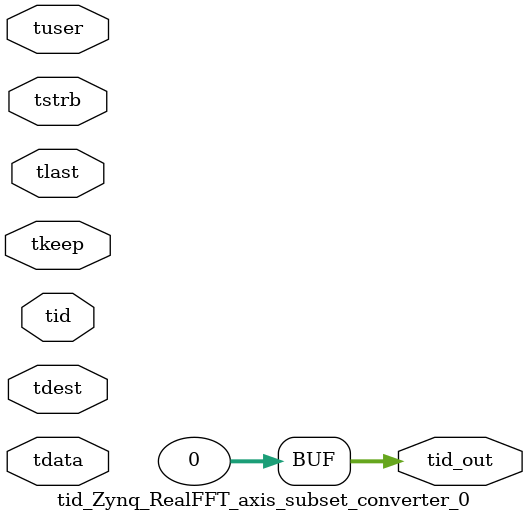
<source format=v>


`timescale 1ps/1ps

module tid_Zynq_RealFFT_axis_subset_converter_0 #
(
parameter C_S_AXIS_TID_WIDTH   = 1,
parameter C_S_AXIS_TUSER_WIDTH = 0,
parameter C_S_AXIS_TDATA_WIDTH = 0,
parameter C_S_AXIS_TDEST_WIDTH = 0,
parameter C_M_AXIS_TID_WIDTH   = 32
)
(
input  [(C_S_AXIS_TID_WIDTH   == 0 ? 1 : C_S_AXIS_TID_WIDTH)-1:0       ] tid,
input  [(C_S_AXIS_TDATA_WIDTH == 0 ? 1 : C_S_AXIS_TDATA_WIDTH)-1:0     ] tdata,
input  [(C_S_AXIS_TUSER_WIDTH == 0 ? 1 : C_S_AXIS_TUSER_WIDTH)-1:0     ] tuser,
input  [(C_S_AXIS_TDEST_WIDTH == 0 ? 1 : C_S_AXIS_TDEST_WIDTH)-1:0     ] tdest,
input  [(C_S_AXIS_TDATA_WIDTH/8)-1:0 ] tkeep,
input  [(C_S_AXIS_TDATA_WIDTH/8)-1:0 ] tstrb,
input                                                                    tlast,
output [(C_M_AXIS_TID_WIDTH   == 0 ? 1 : C_M_AXIS_TID_WIDTH)-1:0       ] tid_out
);

assign tid_out = {1'b0};

endmodule


</source>
